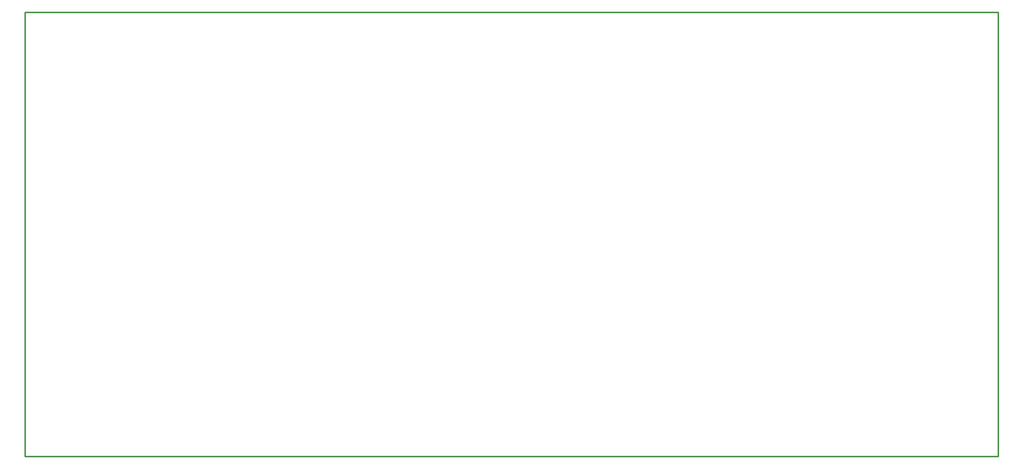
<source format=gko>
G04 Layer_Color=16711935*
%FSLAX24Y24*%
%MOIN*%
G70*
G01*
G75*
%ADD49C,0.0100*%
D49*
X-40945Y1575D02*
X22835D01*
Y-27165D02*
Y1575D01*
Y-27559D02*
Y-27165D01*
X-40945Y-27559D02*
X22835D01*
X-40945D02*
Y1575D01*
M02*

</source>
